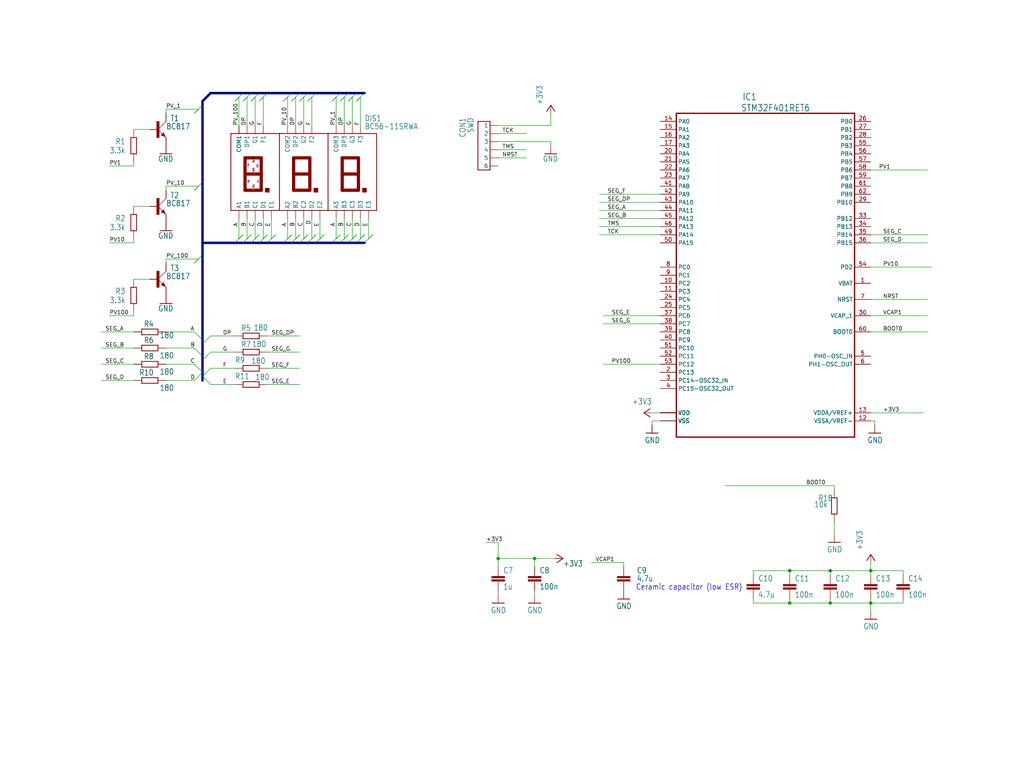
<source format=kicad_sch>
(kicad_sch (version 20231120) (generator "eeschema") (generator_version "8.0")
  (paper "User" 321.107 239.116)
  (lib_symbols
    (symbol "CPU v2.2-eagle-import:+3V3" (power)
      (symbol "+3V3_1_0"
        (polyline (pts (xy 0 0) (xy -1.27 -1.905)) (stroke (width 0.254)))
        (polyline (pts (xy 1.27 -1.905) (xy 0 0)) (stroke (width 0.254)))
        (pin power_in line (at 0 -2.54 90) (length 2.54) (name "+3V3") (number "1"))
      )
    )
    (symbol "CPU v2.2-eagle-import:7SEGMENT_THREE_DIGBA56-11"
      (property "Reference" "DIS" (at 25.4 1.27 0))
      (symbol "7SEGMENT_THREE_DIGBA56-11_1_0"
        (rectangle (start -12.065 -5.715) (end -10.795 -4.445) (fill (type outline)))
        (polyline (pts (xy -22.86 -11.43) (xy -22.86 12.7)) (stroke (width 0.254)))
        (polyline (pts (xy -22.86 12.7) (xy -7.62 12.7)) (stroke (width 0.254)))
        (polyline (pts (xy -18.415 -5.08) (xy -13.335 -5.08)) (stroke (width 1.016)))
        (polyline (pts (xy -18.415 0) (xy -18.415 -5.08)) (stroke (width 1.016)))
        (polyline (pts (xy -18.415 0) (xy -13.335 0)) (stroke (width 1.016)))
        (polyline (pts (xy -18.415 5.08) (xy -18.415 0)) (stroke (width 1.016)))
        (polyline (pts (xy -13.335 -5.08) (xy -13.335 0)) (stroke (width 1.016)))
        (polyline (pts (xy -13.335 0) (xy -13.335 5.08)) (stroke (width 1.016)))
        (polyline (pts (xy -13.335 5.08) (xy -18.415 5.08)) (stroke (width 1.016)))
        (polyline (pts (xy -7.62 -11.43) (xy -22.86 -11.43)) (stroke (width 0.254)))
        (polyline (pts (xy -7.62 12.7) (xy -7.62 -11.43)) (stroke (width 0.254)))
        (polyline (pts (xy -7.62 12.7) (xy 7.62 12.7)) (stroke (width 0.254)))
        (polyline (pts (xy -3.175 -5.08) (xy 1.905 -5.08)) (stroke (width 1.016)))
        (polyline (pts (xy -3.175 0) (xy -3.175 -5.08)) (stroke (width 1.016)))
        (polyline (pts (xy -3.175 0) (xy 1.905 0)) (stroke (width 1.016)))
        (polyline (pts (xy -3.175 5.08) (xy -3.175 0)) (stroke (width 1.016)))
        (polyline (pts (xy 1.905 -5.08) (xy 1.905 0)) (stroke (width 1.016)))
        (polyline (pts (xy 1.905 0) (xy 1.905 5.08)) (stroke (width 1.016)))
        (polyline (pts (xy 1.905 5.08) (xy -3.175 5.08)) (stroke (width 1.016)))
        (polyline (pts (xy 7.62 -11.43) (xy -7.62 -11.43)) (stroke (width 0.254)))
        (polyline (pts (xy 7.62 12.7) (xy 7.62 -11.43)) (stroke (width 0.254)))
        (polyline (pts (xy 7.62 12.7) (xy 22.86 12.7)) (stroke (width 0.254)))
        (polyline (pts (xy 12.065 -5.08) (xy 17.145 -5.08)) (stroke (width 1.016)))
        (polyline (pts (xy 12.065 0) (xy 12.065 -5.08)) (stroke (width 1.016)))
        (polyline (pts (xy 12.065 0) (xy 17.145 0)) (stroke (width 1.016)))
        (polyline (pts (xy 12.065 5.08) (xy 12.065 0)) (stroke (width 1.016)))
        (polyline (pts (xy 17.145 -5.08) (xy 17.145 0)) (stroke (width 1.016)))
        (polyline (pts (xy 17.145 0) (xy 17.145 5.08)) (stroke (width 1.016)))
        (polyline (pts (xy 17.145 5.08) (xy 12.065 5.08)) (stroke (width 1.016)))
        (polyline (pts (xy 22.86 -11.43) (xy 7.62 -11.43)) (stroke (width 0.254)))
        (polyline (pts (xy 22.86 12.7) (xy 22.86 -11.43)) (stroke (width 0.254)))
        (rectangle (start 3.175 -5.715) (end 4.445 -4.445) (fill (type outline)))
        (rectangle (start 18.415 -5.715) (end 19.685 -4.445) (fill (type outline)))
        (text "a" (at -16.256 3.556 0) (effects (font (size 1.016 0.8636)) (justify left bottom)))
        (text "b" (at -14.986 2.032 0) (effects (font (size 1.016 0.8636)) (justify left bottom)))
        (text "c" (at -14.732 -2.794 0) (effects (font (size 1.016 0.8636)) (justify left bottom)))
        (text "d" (at -16.256 -4.318 0) (effects (font (size 1.016 0.8636)) (justify left bottom)))
        (text "e" (at -17.78 -2.794 0) (effects (font (size 1.016 0.8636)) (justify left bottom)))
        (text "f" (at -17.78 2.032 0) (effects (font (size 1.016 0.8636)) (justify left bottom)))
        (text "g" (at -16.256 1.016 0) (effects (font (size 1.016 0.8636)) (justify left bottom)))
        (pin bidirectional line (at -10.16 -13.97 90) (length 2.54) (name "E1") (number "1"))
        (pin bidirectional line (at 20.32 -13.97 90) (length 2.54) (name "E3") (number "10"))
        (pin bidirectional line (at 17.78 -13.97 90) (length 2.54) (name "D3") (number "11"))
        (pin bidirectional line (at 15.24 15.24 270) (length 2.54) (name "G3") (number "12"))
        (pin bidirectional line (at 15.24 -13.97 90) (length 2.54) (name "C3") (number "13"))
        (pin bidirectional line (at 12.7 15.24 270) (length 2.54) (name "DP3") (number "14"))
        (pin bidirectional line (at 12.7 -13.97 90) (length 2.54) (name "B3") (number "15"))
        (pin bidirectional line (at 10.16 -13.97 90) (length 2.54) (name "A3") (number "16"))
        (pin bidirectional line (at 17.78 15.24 270) (length 2.54) (name "F3") (number "17"))
        (pin bidirectional line (at 10.16 15.24 270) (length 2.54) (name "COM3") (number "18"))
        (pin bidirectional line (at -5.08 15.24 270) (length 2.54) (name "COM2") (number "19"))
        (pin bidirectional line (at -12.7 -13.97 90) (length 2.54) (name "D1") (number "2"))
        (pin bidirectional line (at -2.54 -13.97 90) (length 2.54) (name "B2") (number "20"))
        (pin bidirectional line (at -5.08 -13.97 90) (length 2.54) (name "A2") (number "21"))
        (pin bidirectional line (at 0 15.24 270) (length 2.54) (name "G2") (number "22"))
        (pin bidirectional line (at 2.54 15.24 270) (length 2.54) (name "F2") (number "23"))
        (pin bidirectional line (at -17.78 -13.97 90) (length 2.54) (name "B1") (number "24"))
        (pin bidirectional line (at -20.32 -13.97 90) (length 2.54) (name "A1") (number "25"))
        (pin bidirectional line (at -20.32 15.24 270) (length 2.54) (name "COM1") (number "26"))
        (pin bidirectional line (at -12.7 15.24 270) (length 2.54) (name "F1") (number "27"))
        (pin bidirectional line (at -15.24 15.24 270) (length 2.54) (name "G1") (number "28"))
        (pin bidirectional line (at -20.32 15.24 270) (length 2.54) (name "COM1") (number "3"))
        (pin bidirectional line (at -15.24 -13.97 90) (length 2.54) (name "C1") (number "4"))
        (pin bidirectional line (at -17.78 15.24 270) (length 2.54) (name "DP1") (number "5"))
        (pin bidirectional line (at 5.08 -13.97 90) (length 2.54) (name "E2") (number "6"))
        (pin bidirectional line (at 2.54 -13.97 90) (length 2.54) (name "D2") (number "7"))
        (pin bidirectional line (at 0 -13.97 90) (length 2.54) (name "C2") (number "8"))
        (pin bidirectional line (at -2.54 15.24 270) (length 2.54) (name "DP2") (number "9"))
      )
    )
    (symbol "CPU v2.2-eagle-import:BC817"
      (property "Reference" "T" (at 5.08 2.54 0))
      (symbol "BC817_1_0"
        (rectangle (start -0.381 -2.54) (end 0.381 2.54) (fill (type outline)))
        (polyline (pts (xy 0 0) (xy 2.032 -2.032)) (stroke (width 0.1524)))
        (polyline (pts (xy 1.016 -1.778) (xy 1.778 -1.016)) (stroke (width 0.1524)))
        (polyline (pts (xy 1.27 -1.778) (xy 2.032 -2.032)) (stroke (width 0.254)))
        (polyline (pts (xy 1.524 -1.778) (xy 1.778 -1.524)) (stroke (width 0.254)))
        (polyline (pts (xy 1.778 -1.27) (xy 1.27 -1.778)) (stroke (width 0.254)))
        (polyline (pts (xy 1.778 -1.016) (xy 2.286 -2.286)) (stroke (width 0.1524)))
        (polyline (pts (xy 2.032 -2.032) (xy 1.778 -1.27)) (stroke (width 0.254)))
        (polyline (pts (xy 2.032 -2.032) (xy 2.286 -2.286)) (stroke (width 0.1524)))
        (polyline (pts (xy 2.286 -2.286) (xy 1.016 -1.778)) (stroke (width 0.1524)))
        (polyline (pts (xy 2.286 -2.286) (xy 2.54 -2.54)) (stroke (width 0.1524)))
        (polyline (pts (xy 2.54 2.54) (xy 0 0)) (stroke (width 0.1524)))
        (pin passive line (at -2.54 0 0) (length 2.54) (name "B") (number "1"))
        (pin passive line (at 2.54 -5.08 90) (length 2.54) (name "E") (number "2"))
        (pin passive line (at 2.54 5.08 270) (length 2.54) (name "C") (number "3"))
      )
    )
    (symbol "CPU v2.2-eagle-import:C-EUC0805"
      (property "Reference" "C" (at 1.524 0.381 0))
      (symbol "C-EUC0805_1_0"
        (rectangle (start -2.032 -2.032) (end 2.032 -1.524) (fill (type outline)))
        (rectangle (start -2.032 -1.016) (end 2.032 -0.508) (fill (type outline)))
        (polyline (pts (xy 0 -2.54) (xy 0 -2.032)) (stroke (width 0.1524)))
        (polyline (pts (xy 0 0) (xy 0 -0.508)) (stroke (width 0.1524)))
        (pin passive line (at 0 2.54 270) (length 2.54) (name "1") (number "1"))
        (pin passive line (at 0 -5.08 90) (length 2.54) (name "2") (number "2"))
      )
    )
    (symbol "CPU v2.2-eagle-import:CONECTOR_2X3"
      (property "Reference" "CON" (at -5.08 5.08 0))
      (symbol "CONECTOR_2X3_1_0"
        (polyline (pts (xy -7.62 -1.27) (xy 7.62 -1.27)) (stroke (width 0.254)))
        (polyline (pts (xy -7.62 2.54) (xy -7.62 -1.27)) (stroke (width 0.254)))
        (polyline (pts (xy 7.62 -1.27) (xy 7.62 2.54)) (stroke (width 0.254)))
        (polyline (pts (xy 7.62 2.54) (xy -7.62 2.54)) (stroke (width 0.254)))
        (pin bidirectional line (at -6.35 -3.81 90) (length 2.54) (name "1") (number "1"))
        (pin bidirectional line (at -3.81 -3.81 90) (length 2.54) (name "2") (number "2"))
        (pin bidirectional line (at -1.27 -3.81 90) (length 2.54) (name "3") (number "3"))
        (pin bidirectional line (at 1.27 -3.81 90) (length 2.54) (name "4") (number "4"))
        (pin bidirectional line (at 3.81 -3.81 90) (length 2.54) (name "5") (number "5"))
        (pin bidirectional line (at 6.35 -3.81 90) (length 2.54) (name "6") (number "6"))
      )
    )
    (symbol "CPU v2.2-eagle-import:R-EU_R0805"
      (property "Reference" "R" (at -3.81 1.4986 0))
      (symbol "R-EU_R0805_1_0"
        (polyline (pts (xy -2.54 -0.889) (xy -2.54 0.889)) (stroke (width 0.254)))
        (polyline (pts (xy -2.54 -0.889) (xy 2.54 -0.889)) (stroke (width 0.254)))
        (polyline (pts (xy 2.54 -0.889) (xy 2.54 0.889)) (stroke (width 0.254)))
        (polyline (pts (xy 2.54 0.889) (xy -2.54 0.889)) (stroke (width 0.254)))
        (pin passive line (at -5.08 0 0) (length 2.54) (name "1") (number "1"))
        (pin passive line (at 5.08 0 180) (length 2.54) (name "2") (number "2"))
      )
    )
    (symbol "CPU v2.2-eagle-import:STM32F401XX"
      (property "Reference" "IC" (at -7.2644 52.2986 0))
      (symbol "STM32F401XX_1_0"
        (polyline (pts (xy -27.94 -53.34) (xy 27.94 -53.34)) (stroke (width 0.4064)))
        (polyline (pts (xy -27.94 48.26) (xy -27.94 -53.34)) (stroke (width 0.4064)))
        (polyline (pts (xy 27.94 -53.34) (xy 27.94 48.26)) (stroke (width 0.4064)))
        (polyline (pts (xy 27.94 48.26) (xy -27.94 48.26)) (stroke (width 0.4064)))
        (pin bidirectional line (at 33.02 -5.08 180) (length 5.08) (name "VBAT") (number "1"))
        (pin bidirectional line (at -33.02 -5.08 0) (length 5.08) (name "PC2") (number "10"))
        (pin bidirectional line (at -33.02 -7.62 0) (length 5.08) (name "PC3") (number "11"))
        (pin bidirectional line (at 33.02 -48.26 180) (length 5.08) (name "VSSA/VREF-") (number "12"))
        (pin bidirectional line (at 33.02 -45.72 180) (length 5.08) (name "VDDA/VREF+") (number "13"))
        (pin bidirectional line (at -33.02 45.72 0) (length 5.08) (name "PA0") (number "14"))
        (pin bidirectional line (at -33.02 43.18 0) (length 5.08) (name "PA1") (number "15"))
        (pin bidirectional line (at -33.02 40.64 0) (length 5.08) (name "PA2") (number "16"))
        (pin bidirectional line (at -33.02 38.1 0) (length 5.08) (name "PA3") (number "17"))
        (pin passive line (at -33.02 -48.26 0) (length 5.08) (name "VSS") (number "18"))
        (pin power_in line (at -33.02 -45.72 0) (length 5.08) (name "VDD") (number "19"))
        (pin bidirectional line (at -33.02 -33.02 0) (length 5.08) (name "PC13") (number "2"))
        (pin bidirectional line (at -33.02 35.56 0) (length 5.08) (name "PA4") (number "20"))
        (pin bidirectional line (at -33.02 33.02 0) (length 5.08) (name "PA5") (number "21"))
        (pin bidirectional line (at -33.02 30.48 0) (length 5.08) (name "PA6") (number "22"))
        (pin bidirectional line (at -33.02 27.94 0) (length 5.08) (name "PA7") (number "23"))
        (pin bidirectional line (at -33.02 -10.16 0) (length 5.08) (name "PC4") (number "24"))
        (pin bidirectional line (at -33.02 -12.7 0) (length 5.08) (name "PC5") (number "25"))
        (pin bidirectional line (at 33.02 45.72 180) (length 5.08) (name "PB0") (number "26"))
        (pin bidirectional line (at 33.02 43.18 180) (length 5.08) (name "PB1") (number "27"))
        (pin bidirectional line (at 33.02 40.64 180) (length 5.08) (name "PB2") (number "28"))
        (pin bidirectional line (at 33.02 20.32 180) (length 5.08) (name "PB10") (number "29"))
        (pin bidirectional line (at -33.02 -35.56 0) (length 5.08) (name "PC14-OSC32_IN") (number "3"))
        (pin bidirectional line (at 33.02 -15.24 180) (length 5.08) (name "VCAP_1") (number "30"))
        (pin passive line (at -33.02 -48.26 0) (length 5.08) (name "VSS") (number "31"))
        (pin power_in line (at -33.02 -45.72 0) (length 5.08) (name "VDD") (number "32"))
        (pin bidirectional line (at 33.02 15.24 180) (length 5.08) (name "PB12") (number "33"))
        (pin bidirectional line (at 33.02 12.7 180) (length 5.08) (name "PB13") (number "34"))
        (pin bidirectional line (at 33.02 10.16 180) (length 5.08) (name "PB14") (number "35"))
        (pin bidirectional line (at 33.02 7.62 180) (length 5.08) (name "PB15") (number "36"))
        (pin bidirectional line (at -33.02 -15.24 0) (length 5.08) (name "PC6") (number "37"))
        (pin bidirectional line (at -33.02 -17.78 0) (length 5.08) (name "PC7") (number "38"))
        (pin bidirectional line (at -33.02 -20.32 0) (length 5.08) (name "PC8") (number "39"))
        (pin bidirectional line (at -33.02 -38.1 0) (length 5.08) (name "PC15-OSC32_OUT") (number "4"))
        (pin bidirectional line (at -33.02 -22.86 0) (length 5.08) (name "PC9") (number "40"))
        (pin bidirectional line (at -33.02 25.4 0) (length 5.08) (name "PA8") (number "41"))
        (pin bidirectional line (at -33.02 22.86 0) (length 5.08) (name "PA9") (number "42"))
        (pin bidirectional line (at -33.02 20.32 0) (length 5.08) (name "PA10") (number "43"))
        (pin bidirectional line (at -33.02 17.78 0) (length 5.08) (name "PA11") (number "44"))
        (pin bidirectional line (at -33.02 15.24 0) (length 5.08) (name "PA12") (number "45"))
        (pin bidirectional line (at -33.02 12.7 0) (length 5.08) (name "PA13") (number "46"))
        (pin passive line (at -33.02 -48.26 0) (length 5.08) (name "VSS") (number "47"))
        (pin power_in line (at -33.02 -45.72 0) (length 5.08) (name "VDD") (number "48"))
        (pin bidirectional line (at -33.02 10.16 0) (length 5.08) (name "PA14") (number "49"))
        (pin bidirectional line (at 33.02 -27.94 180) (length 5.08) (name "PH0-OSC_IN") (number "5"))
        (pin bidirectional line (at -33.02 7.62 0) (length 5.08) (name "PA15") (number "50"))
        (pin bidirectional line (at -33.02 -25.4 0) (length 5.08) (name "PC10") (number "51"))
        (pin bidirectional line (at -33.02 -27.94 0) (length 5.08) (name "PC11") (number "52"))
        (pin bidirectional line (at -33.02 -30.48 0) (length 5.08) (name "PC12") (number "53"))
        (pin bidirectional line (at 33.02 0 180) (length 5.08) (name "PD2") (number "54"))
        (pin bidirectional line (at 33.02 38.1 180) (length 5.08) (name "PB3") (number "55"))
        (pin bidirectional line (at 33.02 35.56 180) (length 5.08) (name "PB4") (number "56"))
        (pin bidirectional line (at 33.02 33.02 180) (length 5.08) (name "PB5") (number "57"))
        (pin bidirectional line (at 33.02 30.48 180) (length 5.08) (name "PB6") (number "58"))
        (pin bidirectional line (at 33.02 27.94 180) (length 5.08) (name "PB7") (number "59"))
        (pin bidirectional line (at 33.02 -30.48 180) (length 5.08) (name "PH1-OSC_OUT") (number "6"))
        (pin bidirectional line (at 33.02 -20.32 180) (length 5.08) (name "BOOT0") (number "60"))
        (pin bidirectional line (at 33.02 25.4 180) (length 5.08) (name "PB8") (number "61"))
        (pin bidirectional line (at 33.02 22.86 180) (length 5.08) (name "PB9") (number "62"))
        (pin passive line (at -33.02 -48.26 0) (length 5.08) (name "VSS") (number "63"))
        (pin power_in line (at -33.02 -45.72 0) (length 5.08) (name "VDD") (number "64"))
        (pin bidirectional line (at 33.02 -10.16 180) (length 5.08) (name "NRST") (number "7"))
        (pin bidirectional line (at -33.02 0 0) (length 5.08) (name "PC0") (number "8"))
        (pin bidirectional line (at -33.02 -2.54 0) (length 5.08) (name "PC1") (number "9"))
      )
    )
    (symbol "CPU v2.2-eagle-import:supply1_GND" (power)
      (symbol "supply1_GND_1_0"
        (polyline (pts (xy -1.905 0) (xy 1.905 0)) (stroke (width 0.254)))
        (pin power_in line (at 0 2.54 270) (length 2.54) (name "GND") (number "1"))
      )
    )
  )
  (junction (at 273.05 189.23))
  (junction (at 156.21 175.26))
  (junction (at 260.35 189.23))
  (junction (at 273.05 179.07))
  (junction (at 167.64 175.26))
  (junction (at 260.35 179.07))
  (junction (at 247.65 179.07))
  (junction (at 247.65 189.23))
  (bus_entry (at 60.96 114.3) (size 2.54 2.54))
  (bus_entry (at 114.3 73.66) (size -2.54 2.54))
  (bus_entry (at 101.6 73.66) (size -2.54 2.54))
  (bus_entry (at 60.96 119.38) (size 2.54 -2.54))
  (bus_entry (at 60.96 59.69) (size 2.54 -2.54))
  (bus_entry (at 88.9 31.75) (size 2.54 -2.54))
  (bus_entry (at 60.96 35.56) (size 2.54 -2.54))
  (bus_entry (at 66.04 105.41) (size -2.54 2.54))
  (bus_entry (at 106.68 31.75) (size 2.54 -2.54))
  (bus_entry (at 76.2 73.66) (size -2.54 2.54))
  (bus_entry (at 66.04 115.57) (size -2.54 2.54))
  (bus_entry (at 78.74 73.66) (size -2.54 2.54))
  (bus_entry (at 78.74 31.75) (size 2.54 -2.54))
  (bus_entry (at 96.52 31.75) (size 2.54 -2.54))
  (bus_entry (at 81.28 73.66) (size -2.54 2.54))
  (bus_entry (at 76.2 31.75) (size 2.54 -2.54))
  (bus_entry (at 81.28 31.75) (size 2.54 -2.54))
  (bus_entry (at 111.76 73.66) (size -2.54 2.54))
  (bus_entry (at 109.22 73.66) (size -2.54 2.54))
  (bus_entry (at 99.06 73.66) (size -2.54 2.54))
  (bus_entry (at 60.96 109.22) (size 2.54 2.54))
  (bus_entry (at 109.22 31.75) (size 2.54 -2.54))
  (bus_entry (at 91.44 31.75) (size 2.54 -2.54))
  (bus_entry (at 104.14 31.75) (size 2.54 -2.54))
  (bus_entry (at 60.96 82.55) (size 2.54 -2.54))
  (bus_entry (at 60.96 104.14) (size 2.54 2.54))
  (bus_entry (at 86.36 73.66) (size -2.54 2.54))
  (bus_entry (at 106.68 73.66) (size -2.54 2.54))
  (bus_entry (at 66.04 110.49) (size -2.54 2.54))
  (bus_entry (at 83.82 73.66) (size -2.54 2.54))
  (bus_entry (at 93.98 31.75) (size 2.54 -2.54))
  (bus_entry (at 116.84 73.66) (size -2.54 2.54))
  (bus_entry (at 73.66 31.75) (size 2.54 -2.54))
  (bus_entry (at 111.76 31.75) (size 2.54 -2.54))
  (bus_entry (at 93.98 73.66) (size -2.54 2.54))
  (bus_entry (at 96.52 73.66) (size -2.54 2.54))
  (bus_entry (at 66.04 120.65) (size -2.54 -2.54))
  (bus_entry (at 91.44 73.66) (size -2.54 2.54))
  (wire (pts (xy 236.22 179.07) (xy 247.65 179.07)) (stroke (width 0.1524)))
  (wire (pts (xy 236.22 180.34) (xy 236.22 179.07)) (stroke (width 0.1524)))
  (wire (pts (xy 274.32 133.35) (xy 274.32 132.08)) (stroke (width 0.1524)))
  (wire (pts (xy 77.47 74.93) (xy 77.47 68.58)) (stroke (width 0.1524)))
  (bus (pts (xy 106.68 76.2) (xy 109.22 76.2)) (stroke (width 0.762)))
  (wire (pts (xy 52.07 114.3) (xy 60.96 114.3)))
  (wire (pts (xy 273.05 180.34) (xy 273.05 179.07)) (stroke (width 0.1524)))
  (wire (pts (xy 81.28 31.75) (xy 82.55 30.48)) (stroke (width 0.1524)))
  (wire (pts (xy 187.96 63.5) (xy 207.01 63.5)) (stroke (width 0.1524)))
  (wire (pts (xy 78.74 31.75) (xy 80.01 30.48)) (stroke (width 0.1524)))
  (wire (pts (xy 106.68 73.66) (xy 105.41 74.93)) (stroke (width 0.1524)))
  (bus (pts (xy 81.28 76.2) (xy 83.82 76.2)) (stroke (width 0.762)))
  (wire (pts (xy 165.1 41.91) (xy 156.21 41.91)) (stroke (width 0.1524)))
  (wire (pts (xy 273.05 93.98) (xy 290.83 93.98)) (stroke (width 0.1524)))
  (wire (pts (xy 105.41 39.37) (xy 105.41 30.48)) (stroke (width 0.1524)))
  (wire (pts (xy 156.21 185.42) (xy 156.21 186.69)) (stroke (width 0.1524)))
  (bus (pts (xy 83.82 76.2) (xy 88.9 76.2)) (stroke (width 0.762)))
  (wire (pts (xy 273.05 99.06) (xy 290.83 99.06)) (stroke (width 0.1524)))
  (bus (pts (xy 63.5 111.76) (xy 63.5 113.03)) (stroke (width 0.762)))
  (wire (pts (xy 260.35 179.07) (xy 273.05 179.07)) (stroke (width 0.1524)))
  (wire (pts (xy 111.76 73.66) (xy 110.49 74.93)) (stroke (width 0.1524)))
  (wire (pts (xy 156.21 39.37) (xy 172.72 39.37)) (stroke (width 0.1524)))
  (wire (pts (xy 41.91 104.14) (xy 31.75 104.14)) (stroke (width 0.1524)))
  (wire (pts (xy 41.91 40.64) (xy 46.99 40.64)) (stroke (width 0.1524)))
  (bus (pts (xy 109.22 29.21) (xy 111.76 29.21)) (stroke (width 0.762)))
  (bus (pts (xy 88.9 76.2) (xy 91.44 76.2)) (stroke (width 0.762)))
  (bus (pts (xy 63.5 107.95) (xy 63.5 111.76)) (stroke (width 0.762)))
  (wire (pts (xy 156.21 177.8) (xy 156.21 175.26)) (stroke (width 0.1524)))
  (wire (pts (xy 41.91 76.2) (xy 34.29 76.2)) (stroke (width 0.1524)))
  (wire (pts (xy 107.95 30.48) (xy 107.95 39.37)) (stroke (width 0.1524)))
  (wire (pts (xy 260.35 189.23) (xy 247.65 189.23)) (stroke (width 0.1524)))
  (wire (pts (xy 60.96 109.22) (xy 52.07 109.22)) (stroke (width 0.1524)))
  (bus (pts (xy 63.5 76.2) (xy 63.5 80.01)) (stroke (width 0.762)))
  (bus (pts (xy 93.98 76.2) (xy 96.52 76.2)) (stroke (width 0.762)))
  (wire (pts (xy 113.03 74.93) (xy 113.03 68.58)) (stroke (width 0.1524)))
  (wire (pts (xy 111.76 31.75) (xy 113.03 30.48)) (stroke (width 0.1524)))
  (bus (pts (xy 78.74 29.21) (xy 81.28 29.21)) (stroke (width 0.762)))
  (wire (pts (xy 167.64 186.69) (xy 167.64 185.42)) (stroke (width 0.1524)))
  (wire (pts (xy 273.05 189.23) (xy 273.05 191.77)) (stroke (width 0.1524)))
  (wire (pts (xy 101.6 73.66) (xy 100.33 74.93)) (stroke (width 0.1524)))
  (wire (pts (xy 82.55 74.93) (xy 82.55 68.58)) (stroke (width 0.1524)))
  (wire (pts (xy 156.21 175.26) (xy 156.21 170.18)) (stroke (width 0.1524)))
  (wire (pts (xy 73.66 31.75) (xy 74.93 30.48)) (stroke (width 0.1524)))
  (bus (pts (xy 109.22 76.2) (xy 111.76 76.2)) (stroke (width 0.762)))
  (wire (pts (xy 52.07 119.38) (xy 57.15 119.38)) (stroke (width 0.1524)))
  (wire (pts (xy 207.01 73.66) (xy 187.96 73.66)) (stroke (width 0.1524)))
  (wire (pts (xy 80.01 74.93) (xy 80.01 68.58)) (stroke (width 0.1524)))
  (wire (pts (xy 207.01 129.54) (xy 204.47 129.54)) (stroke (width 0.1524)))
  (wire (pts (xy 100.33 74.93) (xy 100.33 68.58)) (stroke (width 0.1524)))
  (wire (pts (xy 60.96 35.56) (xy 62.23 34.29)) (stroke (width 0.1524)))
  (wire (pts (xy 76.2 31.75) (xy 77.47 30.48)) (stroke (width 0.1524)))
  (wire (pts (xy 74.93 74.93) (xy 74.93 68.58)) (stroke (width 0.1524)))
  (bus (pts (xy 63.5 33.02) (xy 63.5 57.15)) (stroke (width 0.762)))
  (wire (pts (xy 292.1 83.82) (xy 273.05 83.82)) (stroke (width 0.1524)))
  (wire (pts (xy 62.23 34.29) (xy 52.07 34.29)) (stroke (width 0.1524)))
  (wire (pts (xy 41.91 64.77) (xy 46.99 64.77)) (stroke (width 0.1524)))
  (bus (pts (xy 96.52 76.2) (xy 99.06 76.2)) (stroke (width 0.762)))
  (wire (pts (xy 273.05 179.07) (xy 283.21 179.07)) (stroke (width 0.1524)))
  (wire (pts (xy 105.41 74.93) (xy 105.41 68.58)) (stroke (width 0.1524)))
  (wire (pts (xy 52.07 58.42) (xy 52.07 59.69)) (stroke (width 0.1524)))
  (wire (pts (xy 91.44 31.75) (xy 92.71 30.48)) (stroke (width 0.1524)))
  (wire (pts (xy 41.91 74.93) (xy 41.91 76.2)) (stroke (width 0.1524)))
  (bus (pts (xy 81.28 29.21) (xy 83.82 29.21)) (stroke (width 0.762)))
  (wire (pts (xy 247.65 180.34) (xy 247.65 179.07)) (stroke (width 0.1524)))
  (wire (pts (xy 66.04 110.49) (xy 73.66 110.49)))
  (wire (pts (xy 80.01 39.37) (xy 80.01 30.48)) (stroke (width 0.1524)))
  (wire (pts (xy 247.65 189.23) (xy 236.22 189.23)) (stroke (width 0.1524)))
  (bus (pts (xy 63.5 76.2) (xy 73.66 76.2)) (stroke (width 0.762)))
  (wire (pts (xy 187.96 71.12) (xy 207.01 71.12)) (stroke (width 0.1524)))
  (wire (pts (xy 185.42 176.53) (xy 195.58 176.53)) (stroke (width 0.1524)))
  (wire (pts (xy 261.62 167.64) (xy 261.62 163.83)) (stroke (width 0.1524)))
  (wire (pts (xy 110.49 30.48) (xy 110.49 39.37)) (stroke (width 0.1524)))
  (wire (pts (xy 77.47 39.37) (xy 77.47 30.48)) (stroke (width 0.1524)))
  (bus (pts (xy 63.5 57.15) (xy 63.5 76.2)) (stroke (width 0.762)))
  (bus (pts (xy 66.04 29.21) (xy 76.2 29.21)) (stroke (width 0.762)))
  (wire (pts (xy 96.52 73.66) (xy 95.25 74.93)) (stroke (width 0.1524)))
  (bus (pts (xy 106.68 29.21) (xy 109.22 29.21)) (stroke (width 0.762)))
  (bus (pts (xy 99.06 76.2) (xy 104.14 76.2)) (stroke (width 0.762)))
  (wire (pts (xy 172.72 44.45) (xy 156.21 44.45)) (stroke (width 0.1524)))
  (wire (pts (xy 113.03 30.48) (xy 113.03 39.37)) (stroke (width 0.1524)))
  (wire (pts (xy 62.23 81.28) (xy 52.07 81.28)) (stroke (width 0.1524)))
  (wire (pts (xy 41.91 97.79) (xy 41.91 99.06)) (stroke (width 0.1524)))
  (bus (pts (xy 91.44 76.2) (xy 93.98 76.2)) (stroke (width 0.762)))
  (wire (pts (xy 283.21 179.07) (xy 283.21 180.34)) (stroke (width 0.1524)))
  (wire (pts (xy 290.83 76.2) (xy 273.05 76.2)) (stroke (width 0.1524)))
  (wire (pts (xy 66.04 120.65) (xy 73.66 120.65)) (stroke (width 0.1524)))
  (wire (pts (xy 104.14 31.75) (xy 105.41 30.48)) (stroke (width 0.1524)))
  (wire (pts (xy 156.21 46.99) (xy 165.1 46.99)) (stroke (width 0.1524)))
  (wire (pts (xy 273.05 189.23) (xy 260.35 189.23)) (stroke (width 0.1524)))
  (wire (pts (xy 261.62 153.67) (xy 261.62 152.4)) (stroke (width 0.1524)))
  (bus (pts (xy 93.98 29.21) (xy 96.52 29.21)) (stroke (width 0.762)))
  (wire (pts (xy 156.21 49.53) (xy 165.1 49.53)) (stroke (width 0.1524)))
  (wire (pts (xy 236.22 189.23) (xy 236.22 187.96)) (stroke (width 0.1524)))
  (wire (pts (xy 290.83 73.66) (xy 273.05 73.66)) (stroke (width 0.1524)))
  (wire (pts (xy 207.01 66.04) (xy 187.96 66.04)) (stroke (width 0.1524)))
  (wire (pts (xy 110.49 74.93) (xy 110.49 68.58)) (stroke (width 0.1524)))
  (wire (pts (xy 247.65 179.07) (xy 260.35 179.07)) (stroke (width 0.1524)))
  (wire (pts (xy 273.05 104.14) (xy 290.83 104.14)) (stroke (width 0.1524)))
  (bus (pts (xy 111.76 76.2) (xy 114.3 76.2)) (stroke (width 0.762)))
  (bus (pts (xy 76.2 29.21) (xy 78.74 29.21)) (stroke (width 0.762)))
  (bus (pts (xy 96.52 29.21) (xy 99.06 29.21)) (stroke (width 0.762)))
  (wire (pts (xy 95.25 74.93) (xy 95.25 68.58)) (stroke (width 0.1524)))
  (wire (pts (xy 66.04 105.41) (xy 73.66 105.41)) (stroke (width 0.1524)))
  (wire (pts (xy 172.72 39.37) (xy 172.72 35.56)) (stroke (width 0.1524)))
  (wire (pts (xy 116.84 73.66) (xy 115.57 74.93)) (stroke (width 0.1524)))
  (bus (pts (xy 111.76 29.21) (xy 114.3 29.21)) (stroke (width 0.762)))
  (wire (pts (xy 74.93 39.37) (xy 74.93 30.48)) (stroke (width 0.1524)))
  (wire (pts (xy 273.05 179.07) (xy 273.05 176.53)) (stroke (width 0.1524)))
  (wire (pts (xy 189.23 101.6) (xy 207.01 101.6)) (stroke (width 0.1524)))
  (wire (pts (xy 290.83 53.34) (xy 273.05 53.34)) (stroke (width 0.1524)))
  (bus (pts (xy 66.04 29.21) (xy 63.5 31.75)) (stroke (width 0.762)))
  (wire (pts (xy 204.47 132.08) (xy 207.01 132.08)) (stroke (width 0.1524)))
  (wire (pts (xy 273.05 129.54) (xy 289.56 129.54)) (stroke (width 0.1524)))
  (wire (pts (xy 260.35 180.34) (xy 260.35 179.07)) (stroke (width 0.1524)))
  (wire (pts (xy 207.01 114.3) (xy 189.23 114.3)) (stroke (width 0.1524)))
  (bus (pts (xy 83.82 29.21) (xy 91.44 29.21)) (stroke (width 0.762)))
  (wire (pts (xy 107.95 74.93) (xy 107.95 68.58)) (stroke (width 0.1524)))
  (wire (pts (xy 204.47 133.35) (xy 204.47 132.08)) (stroke (width 0.1524)))
  (wire (pts (xy 41.91 109.22) (xy 31.75 109.22)) (stroke (width 0.1524)))
  (bus (pts (xy 63.5 80.01) (xy 63.5 106.68)) (stroke (width 0.762)))
  (wire (pts (xy 167.64 175.26) (xy 156.21 175.26)) (stroke (width 0.1524)))
  (wire (pts (xy 274.32 132.08) (xy 273.05 132.08)) (stroke (width 0.1524)))
  (bus (pts (xy 91.44 29.21) (xy 93.98 29.21)) (stroke (width 0.762)))
  (bus (pts (xy 99.06 29.21) (xy 106.68 29.21)) (stroke (width 0.762)))
  (wire (pts (xy 57.15 119.38) (xy 60.96 119.38)))
  (wire (pts (xy 93.98 73.66) (xy 92.71 74.93)) (stroke (width 0.1524)))
  (wire (pts (xy 273.05 189.23) (xy 283.21 189.23)) (stroke (width 0.1524)))
  (wire (pts (xy 93.98 31.75) (xy 95.25 30.48)) (stroke (width 0.1524)))
  (bus (pts (xy 63.5 113.03) (xy 63.5 116.84)) (stroke (width 0.762)))
  (wire (pts (xy 83.82 115.57) (xy 93.98 115.57)) (stroke (width 0.1524)))
  (wire (pts (xy 95.25 30.48) (xy 95.25 39.37)) (stroke (width 0.1524)))
  (wire (pts (xy 261.62 152.4) (xy 227.33 152.4)) (stroke (width 0.1524)))
  (wire (pts (xy 83.82 110.49) (xy 93.98 110.49)) (stroke (width 0.1524)))
  (wire (pts (xy 187.96 60.96) (xy 207.01 60.96)) (stroke (width 0.1524)))
  (wire (pts (xy 60.96 82.55) (xy 62.23 81.28)) (stroke (width 0.1524)))
  (wire (pts (xy 66.04 115.57) (xy 73.66 115.57)) (stroke (width 0.1524)))
  (wire (pts (xy 90.17 39.37) (xy 90.17 30.48)) (stroke (width 0.1524)))
  (bus (pts (xy 63.5 31.75) (xy 63.5 33.02)) (stroke (width 0.762)))
  (wire (pts (xy 83.82 105.41) (xy 93.98 105.41)) (stroke (width 0.1524)))
  (wire (pts (xy 85.09 74.93) (xy 85.09 68.58)) (stroke (width 0.1524)))
  (wire (pts (xy 115.57 74.93) (xy 115.57 68.58)) (stroke (width 0.1524)))
  (wire (pts (xy 195.58 177.8) (xy 195.58 176.53)) (stroke (width 0.1524)))
  (wire (pts (xy 41.91 99.06) (xy 34.29 99.06)) (stroke (width 0.1524)))
  (wire (pts (xy 92.71 30.48) (xy 92.71 39.37)) (stroke (width 0.1524)))
  (wire (pts (xy 172.72 45.72) (xy 172.72 44.45)) (stroke (width 0.1524)))
  (wire (pts (xy 114.3 73.66) (xy 113.03 74.93)) (stroke (width 0.1524)))
  (wire (pts (xy 173.99 175.26) (xy 167.64 175.26)) (stroke (width 0.1524)))
  (bus (pts (xy 104.14 76.2) (xy 106.68 76.2)) (stroke (width 0.762)))
  (wire (pts (xy 60.96 59.69) (xy 62.23 58.42)) (stroke (width 0.1524)))
  (wire (pts (xy 88.9 31.75) (xy 90.17 30.48)) (stroke (width 0.1524)))
  (bus (pts (xy 73.66 76.2) (xy 76.2 76.2)) (stroke (width 0.762)))
  (wire (pts (xy 109.22 31.75) (xy 110.49 30.48)) (stroke (width 0.1524)))
  (wire (pts (xy 60.96 104.14) (xy 52.07 104.14)) (stroke (width 0.1524)))
  (wire (pts (xy 90.17 74.93) (xy 90.17 68.58)) (stroke (width 0.1524)))
  (wire (pts (xy 81.28 73.66) (xy 80.01 74.93)) (stroke (width 0.1524)))
  (wire (pts (xy 167.64 177.8) (xy 167.64 175.26)) (stroke (width 0.1524)))
  (wire (pts (xy 52.07 34.29) (xy 52.07 35.56)) (stroke (width 0.1524)))
  (wire (pts (xy 92.71 74.93) (xy 92.71 68.58)) (stroke (width 0.1524)))
  (wire (pts (xy 41.91 52.07) (xy 34.29 52.07)) (stroke (width 0.1524)))
  (wire (pts (xy 207.01 68.58) (xy 187.96 68.58)) (stroke (width 0.1524)))
  (wire (pts (xy 106.68 31.75) (xy 107.95 30.48)) (stroke (width 0.1524)))
  (wire (pts (xy 62.23 58.42) (xy 52.07 58.42)) (stroke (width 0.1524)))
  (wire (pts (xy 91.44 73.66) (xy 90.17 74.93)) (stroke (width 0.1524)))
  (bus (pts (xy 78.74 76.2) (xy 81.28 76.2)) (stroke (width 0.762)))
  (wire (pts (xy 83.82 73.66) (xy 82.55 74.93)) (stroke (width 0.1524)))
  (wire (pts (xy 78.74 73.66) (xy 77.47 74.93)) (stroke (width 0.1524)))
  (wire (pts (xy 97.79 30.48) (xy 97.79 39.37)) (stroke (width 0.1524)))
  (wire (pts (xy 41.91 50.8) (xy 41.91 52.07)) (stroke (width 0.1524)))
  (wire (pts (xy 52.07 81.28) (xy 52.07 82.55)) (stroke (width 0.1524)))
  (bus (pts (xy 76.2 76.2) (xy 78.74 76.2)) (stroke (width 0.762)))
  (wire (pts (xy 283.21 189.23) (xy 283.21 187.96)) (stroke (width 0.1524)))
  (wire (pts (xy 152.4 170.18) (xy 156.21 170.18)) (stroke (width 0.1524)))
  (bus (pts (xy 63.5 116.84) (xy 63.5 118.11)) (stroke (width 0.762)))
  (wire (pts (xy 82.55 39.37) (xy 82.55 30.48)) (stroke (width 0.1524)))
  (wire (pts (xy 41.91 119.38) (xy 31.75 119.38)) (stroke (width 0.1524)))
  (wire (pts (xy 86.36 73.66) (xy 85.09 74.93)) (stroke (width 0.1524)))
  (wire (pts (xy 96.52 31.75) (xy 97.79 30.48)) (stroke (width 0.1524)))
  (wire (pts (xy 189.23 99.06) (xy 207.01 99.06)) (stroke (width 0.1524)))
  (wire (pts (xy 99.06 73.66) (xy 97.79 74.93)) (stroke (width 0.1524)))
  (wire (pts (xy 83.82 120.65) (xy 93.98 120.65)) (stroke (width 0.1524)))
  (wire (pts (xy 247.65 189.23) (xy 247.65 187.96)) (stroke (width 0.1524)))
  (wire (pts (xy 109.22 73.66) (xy 107.95 74.93)) (stroke (width 0.1524)))
  (wire (pts (xy 41.91 87.63) (xy 46.99 87.63)) (stroke (width 0.1524)))
  (wire (pts (xy 260.35 189.23) (xy 260.35 187.96)) (stroke (width 0.1524)))
  (bus (pts (xy 63.5 106.68) (xy 63.5 107.95)) (stroke (width 0.762)))
  (wire (pts (xy 97.79 74.93) (xy 97.79 68.58)) (stroke (width 0.1524)))
  (wire (pts (xy 76.2 73.66) (xy 74.93 74.93)) (stroke (width 0.1524)))
  (wire (pts (xy 273.05 187.96) (xy 273.05 189.23)) (stroke (width 0.1524)))
  (bus (pts (xy 63.5 118.11) (xy 63.5 119.38)) (stroke (width 0.762)))
  (wire (pts (xy 41.91 114.3) (xy 31.75 114.3)) (stroke (width 0.1524)))
  (text "Ceramic capacitor (low ESR)" (at 199.39 185.42 0) (effects (font (size 1.778 1.5113)) (justify left bottom)))
  (label "D" (at 113.03 71.12 90) (effects (font (size 1.2446 1.2446))))
  (label "SEG_DP" (at 190.5 63.5 0) (effects (font (size 1.2446 1.2446))))
  (label "A" (at 90.17 71.12 90) (effects (font (size 1.2446 1.2446))))
  (label "F" (at 82.55 39.37 90) (effects (font (size 1.2446 1.2446))))
  (label "PV1" (at 34.29 52.07 0) (effects (font (size 1.2446 1.2446))))
  (label "E" (at 69.85 120.65 0) (effects (font (size 1.2446 1.2446))))
  (label "TCK" (at 190.5 73.66 0) (effects (font (size 1.2446 1.2446))))
  (label "PV_10" (at 52.07 58.42 0) (effects (font (size 1.2446 1.2446))))
  (label "E" (at 115.57 71.12 90) (effects (font (size 1.2446 1.2446))))
  (label "G" (at 69.85 110.49 0) (effects (font (size 1.2446 1.2446))))
  (label "+3V3" (at 152.4 170.18 0) (effects (font (size 1.2446 1.2446))))
  (label "B" (at 107.95 71.12 90) (effects (font (size 1.2446 1.2446))))
  (label "DP" (at 107.95 39.37 90) (effects (font (size 1.2446 1.2446))))
  (label "SEG_A" (at 190.5 66.04 0) (effects (font (size 1.2446 1.2446))))
  (label "PV_1" (at 52.07 34.29 0) (effects (font (size 1.2446 1.2446))))
  (label "+3V3" (at 276.86 129.54 0) (effects (font (size 1.2446 1.2446))))
  (label "F" (at 113.03 39.37 90) (effects (font (size 1.2446 1.2446))))
  (label "C" (at 59.69 114.3 0))
  (label "BOOT0" (at 252.73 152.4 0) (effects (font (size 1.2446 1.2446))))
  (label "PV100" (at 34.29 99.06 0) (effects (font (size 1.2446 1.2446))))
  (label "SEG_D" (at 276.86 76.2 0) (effects (font (size 1.2446 1.2446))))
  (label "SEG_F" (at 85.09 115.57 0) (effects (font (size 1.2446 1.2446))))
  (label "A" (at 59.69 104.14 0) (effects (font (size 1.2446 1.2446))))
  (label "B" (at 77.47 71.12 90) (effects (font (size 1.2446 1.2446))))
  (label "SEG_E" (at 85.09 120.65 0) (effects (font (size 1.2446 1.2446))))
  (label "VCAP1" (at 186.69 176.53 0) (effects (font (size 1.2446 1.2446))))
  (label "SEG_B" (at 190.5 68.58 0) (effects (font (size 1.2446 1.2446))))
  (label "DP" (at 77.47 39.37 90) (effects (font (size 1.2446 1.2446))))
  (label "PV_100" (at 52.07 81.28 0) (effects (font (size 1.2446 1.2446))))
  (label "PV100" (at 191.77 114.3 0) (effects (font (size 1.2446 1.2446))))
  (label "B" (at 59.69 109.22 0) (effects (font (size 1.2446 1.2446))))
  (label "C" (at 95.25 71.12 90) (effects (font (size 1.2446 1.2446))))
  (label "DP" (at 92.71 39.37 90) (effects (font (size 1.2446 1.2446))))
  (label "TMS" (at 157.48 46.99 0) (effects (font (size 1.2446 1.2446))))
  (label "G" (at 95.25 39.37 90) (effects (font (size 1.2446 1.2446))))
  (label "SEG_C" (at 276.86 73.66 0) (effects (font (size 1.2446 1.2446))))
  (label "SEG_G" (at 85.09 110.49 0) (effects (font (size 1.2446 1.2446))))
  (label "SEG_C" (at 33.02 114.3 0) (effects (font (size 1.2446 1.2446))))
  (label "PV1" (at 275.59 53.34 0) (effects (font (size 1.2446 1.2446))))
  (label "SEG_A" (at 33.02 104.14 0) (effects (font (size 1.2446 1.2446))))
  (label "PV_100" (at 74.93 39.37 90) (effects (font (size 1.2446 1.2446))))
  (label "B" (at 92.71 71.12 90) (effects (font (size 1.2446 1.2446))))
  (label "D" (at 82.55 71.12 90) (effects (font (size 1.2446 1.2446))))
  (label "BOOT0" (at 276.86 104.14 0) (effects (font (size 1.2446 1.2446))))
  (label "PV10" (at 34.29 76.2 0) (effects (font (size 1.2446 1.2446))))
  (label "SEG_D" (at 33.02 119.38 0) (effects (font (size 1.2446 1.2446))))
  (label "G" (at 80.01 39.37 90) (effects (font (size 1.2446 1.2446))))
  (label "PV_1" (at 105.41 39.37 90) (effects (font (size 1.2446 1.2446))))
  (label "C" (at 80.01 71.12 90) (effects (font (size 1.2446 1.2446))))
  (label "PV_10" (at 90.17 39.37 90) (effects (font (size 1.2446 1.2446))))
  (label "SEG_G" (at 191.77 101.6 0) (effects (font (size 1.2446 1.2446))))
  (label "E" (at 100.33 71.12 90) (effects (font (size 1.2446 1.2446))))
  (label "TMS" (at 190.5 71.12 0) (effects (font (size 1.2446 1.2446))))
  (label "C" (at 110.49 71.12 90) (effects (font (size 1.2446 1.2446))))
  (label "SEG_B" (at 33.02 109.22 0) (effects (font (size 1.2446 1.2446))))
  (label "NRST" (at 157.48 49.53 0) (effects (font (size 1.2446 1.2446))))
  (label "D" (at 59.69 119.38 0) (effects (font (size 1.2446 1.2446))))
  (label "E" (at 85.09 71.12 90) (effects (font (size 1.2446 1.2446))))
  (label "PV10" (at 276.86 83.82 0) (effects (font (size 1.2446 1.2446))))
  (label "D" (at 97.79 70.485 90) (effects (font (size 1.2446 1.2446))))
  (label "A" (at 105.41 71.12 90) (effects (font (size 1.2446 1.2446))))
  (label "A" (at 74.93 71.12 90) (effects (font (size 1.2446 1.2446))))
  (label "F" (at 97.79 39.37 90) (effects (font (size 1.2446 1.2446))))
  (label "NRST" (at 276.86 93.98 0) (effects (font (size 1.2446 1.2446))))
  (label "SEG_E" (at 191.77 99.06 0) (effects (font (size 1.2446 1.2446))))
  (label "TCK" (at 157.48 41.91 0) (effects (font (size 1.2446 1.2446))))
  (label "SEG_F" (at 190.5 60.96 0) (effects (font (size 1.2446 1.2446))))
  (label "G" (at 110.49 39.37 90) (effects (font (size 1.2446 1.2446))))
  (label "F" (at 69.85 115.57 0) (effects (font (size 1.2446 1.2446))))
  (label "VCAP1" (at 276.86 99.06 0) (effects (font (size 1.2446 1.2446))))
  (label "SEG_DP" (at 85.09 105.41 0) (effects (font (size 1.2446 1.2446))))
  (label "DP" (at 69.85 105.41 0) (effects (font (size 1.2446 1.2446))))
  (symbol (lib_id "CPU v2.2-eagle-import:STM32F401XX") (at 240.03 83.82 0) (unit 1)
    (property "Reference" "IC1" (at 232.7656 31.5214 0) (effects (font (size 2.0828 1.7703)) (justify left bottom)))
    (property "Value" "STM32F401RET6" (at 232.3592 35.0012 0) (effects (font (size 2.0828 1.7703)) (justify left bottom)))
    (property "Footprint" "CPU v2.2:LQFP64" (effects (hide yes)))
  )
  (symbol (lib_id "CPU v2.2-eagle-import:7SEGMENT_THREE_DIGBA56-11") (at 95.25 54.61 0) (unit 1)
    (property "Reference" "DIS1" (at 114.3 38.1 0) (effects (font (size 1.778 1.5113)) (justify left bottom)))
    (property "Value" "BC56-11SRWA" (at 114.3 40.64 0) (effects (font (size 1.778 1.5113)) (justify left bottom)))
    (property "Footprint" "CPU v2.2:7SEGMEN_DISPLAY_3X0.56'" (effects (hide yes)))
  )
  (symbol (lib_id "CPU v2.2-eagle-import:+3V3") (at 172.72 33.02 0) (unit 1)
    (property "Reference" "#+3V5" (effects (hide yes)))
    (property "Value" "+3V3" (at 170.18 33.02 90) (effects (font (size 1.778 1.5113)) (justify left bottom)))
  )
  (symbol (lib_id "CPU v2.2-eagle-import:supply1_GND") (at 204.47 135.89 0) (unit 1)
    (property "Reference" "#GND6" (effects (hide yes)))
    (property "Value" "GND" (at 207.01 137.16 0) (effects (font (size 1.778 1.5113)) (justify right top)))
  )
  (symbol (lib_id "CPU v2.2-eagle-import:supply1_GND") (at 261.62 170.18 0) (unit 1)
    (property "Reference" "#GND16" (effects (hide yes)))
    (property "Value" "GND" (at 264.16 171.45 0) (effects (font (size 1.778 1.5113)) (justify right top)))
  )
  (symbol (lib_id "CPU v2.2-eagle-import:C-EUC0805") (at 247.65 182.88 0) (unit 1)
    (property "Reference" "C11" (at 249.174 182.499 0) (effects (font (size 1.778 1.5113)) (justify left bottom)))
    (property "Value" "100n" (at 249.174 187.579 0) (effects (font (size 1.778 1.5113)) (justify left bottom)))
    (property "Footprint" "CPU v2.2:C0805" (effects (hide yes)))
  )
  (symbol (lib_id "CPU v2.2-eagle-import:BC817") (at 49.53 64.77 0) (unit 1)
    (property "Reference" "T2" (at 53.34 62.23 0) (effects (font (size 1.778 1.5113)) (justify left bottom)))
    (property "Value" "BC817" (at 52.07 64.77 0) (effects (font (size 1.778 1.5113)) (justify left bottom)))
    (property "Footprint" "CPU v2.2:SOT23" (effects (hide yes)))
  )
  (symbol (lib_id "CPU v2.2-eagle-import:R-EU_R0805") (at 78.74 110.49 0) (mirror x) (unit 1)
    (property "Reference" "R7" (at 78.74 108.9914 0) (effects (font (size 1.778 1.5113)) (justify right top)))
    (property "Value" "180" (at 83.566 108.966 0) (effects (font (size 1.778 1.5113)) (justify right top)))
    (property "Footprint" "CPU v2.2:R0805" (effects (hide yes)))
  )
  (symbol (lib_id "CPU v2.2-eagle-import:R-EU_R0805") (at 261.62 158.75 270) (mirror x) (unit 1)
    (property "Reference" "R18" (at 256.54 157.2514 90) (effects (font (size 1.778 1.5113)) (justify left top)))
    (property "Value" "10k" (at 255.27 159.258 90) (effects (font (size 1.778 1.5113)) (justify left top)))
    (property "Footprint" "CPU v2.2:R0805" (effects (hide yes)))
  )
  (symbol (lib_id "CPU v2.2-eagle-import:R-EU_R0805") (at 46.99 119.38 0) (mirror y) (unit 1)
    (property "Reference" "R10" (at 48.26 117.8814 0) (effects (font (size 1.778 1.5113)) (justify left bottom)))
    (property "Value" "180" (at 54.61 122.682 0) (effects (font (size 1.778 1.5113)) (justify left bottom)))
    (property "Footprint" "CPU v2.2:R0805" (effects (hide yes)))
  )
  (symbol (lib_id "CPU v2.2-eagle-import:supply1_GND") (at 273.05 194.31 0) (unit 1)
    (property "Reference" "#GND13" (effects (hide yes)))
    (property "Value" "GND" (at 275.59 195.58 0) (effects (font (size 1.778 1.5113)) (justify right top)))
  )
  (symbol (lib_id "CPU v2.2-eagle-import:R-EU_R0805") (at 41.91 69.85 90) (unit 1)
    (property "Reference" "R2" (at 39.37 67.5386 90) (effects (font (size 1.778 1.5113)) (justify left bottom)))
    (property "Value" "3.3k" (at 39.37 70.358 90) (effects (font (size 1.778 1.5113)) (justify left bottom)))
    (property "Footprint" "CPU v2.2:R0805" (effects (hide yes)))
  )
  (symbol (lib_id "CPU v2.2-eagle-import:supply1_GND") (at 52.07 95.25 0) (unit 1)
    (property "Reference" "#GND2" (effects (hide yes)))
    (property "Value" "GND" (at 49.53 97.79 0) (effects (font (size 1.778 1.5113)) (justify left bottom)))
  )
  (symbol (lib_id "CPU v2.2-eagle-import:supply1_GND") (at 195.58 187.96 0) (unit 1)
    (property "Reference" "#GND12" (effects (hide yes)))
    (property "Value" "GND" (at 198.12 189.23 0) (effects (font (size 1.778 1.5113)) (justify right top)))
  )
  (symbol (lib_id "CPU v2.2-eagle-import:+3V3") (at 273.05 173.99 0) (unit 1)
    (property "Reference" "#+3V4" (effects (hide yes)))
    (property "Value" "+3V3" (at 270.51 172.72 90) (effects (font (size 1.778 1.5113)) (justify left bottom)))
  )
  (symbol (lib_id "CPU v2.2-eagle-import:supply1_GND") (at 172.72 48.26 0) (unit 1)
    (property "Reference" "#GND7" (effects (hide yes)))
    (property "Value" "GND" (at 170.18 50.8 0) (effects (font (size 1.778 1.5113)) (justify left bottom)))
  )
  (symbol (lib_id "CPU v2.2-eagle-import:R-EU_R0805") (at 78.74 120.65 0) (mirror x) (unit 1)
    (property "Reference" "R11" (at 73.66 117.0686 0) (effects (font (size 1.778 1.5113)) (justify left bottom)))
    (property "Value" "180" (at 80.01 117.348 0) (effects (font (size 1.778 1.5113)) (justify left bottom)))
    (property "Footprint" "CPU v2.2:R0805" (effects (hide yes)))
  )
  (symbol (lib_id "CPU v2.2-eagle-import:supply1_GND") (at 156.21 189.23 0) (unit 1)
    (property "Reference" "#GND19" (effects (hide yes)))
    (property "Value" "GND" (at 158.75 190.5 0) (effects (font (size 1.778 1.5113)) (justify right top)))
  )
  (symbol (lib_id "CPU v2.2-eagle-import:C-EUC0805") (at 167.64 180.34 0) (unit 1)
    (property "Reference" "C8" (at 169.164 179.959 0) (effects (font (size 1.778 1.5113)) (justify left bottom)))
    (property "Value" "100n" (at 169.164 185.039 0) (effects (font (size 1.778 1.5113)) (justify left bottom)))
    (property "Footprint" "CPU v2.2:C0805" (effects (hide yes)))
  )
  (symbol (lib_id "CPU v2.2-eagle-import:C-EUC0805") (at 156.21 180.34 0) (unit 1)
    (property "Reference" "C7" (at 157.734 179.959 0) (effects (font (size 1.778 1.5113)) (justify left bottom)))
    (property "Value" "1u" (at 157.734 185.039 0) (effects (font (size 1.778 1.5113)) (justify left bottom)))
    (property "Footprint" "CPU v2.2:C0805" (effects (hide yes)))
  )
  (symbol (lib_id "CPU v2.2-eagle-import:+3V3") (at 201.93 129.54 90) (unit 1)
    (property "Reference" "#+3V8" (effects (hide yes)))
    (property "Value" "+3V3" (at 198.12 127 90) (effects (font (size 1.778 1.5113)) (justify right top)))
  )
  (symbol (lib_id "CPU v2.2-eagle-import:C-EUC0805") (at 273.05 182.88 0) (unit 1)
    (property "Reference" "C13" (at 274.574 182.499 0) (effects (font (size 1.778 1.5113)) (justify left bottom)))
    (property "Value" "100n" (at 274.574 187.579 0) (effects (font (size 1.778 1.5113)) (justify left bottom)))
    (property "Footprint" "CPU v2.2:C0805" (effects (hide yes)))
  )
  (symbol (lib_id "CPU v2.2-eagle-import:R-EU_R0805") (at 46.99 114.3 0) (mirror y) (unit 1)
    (property "Reference" "R8" (at 48.26 112.8014 0) (effects (font (size 1.778 1.5113)) (justify left bottom)))
    (property "Value" "180" (at 54.61 117.602 0) (effects (font (size 1.778 1.5113)) (justify left bottom)))
    (property "Footprint" "CPU v2.2:R0805" (effects (hide yes)))
  )
  (symbol (lib_id "CPU v2.2-eagle-import:C-EUC0805") (at 236.22 182.88 0) (unit 1)
    (property "Reference" "C10" (at 237.744 182.499 0) (effects (font (size 1.778 1.5113)) (justify left bottom)))
    (property "Value" "4.7u" (at 237.744 187.579 0) (effects (font (size 1.778 1.5113)) (justify left bottom)))
    (property "Footprint" "CPU v2.2:C0805" (effects (hide yes)))
  )
  (symbol (lib_id "CPU v2.2-eagle-import:R-EU_R0805") (at 41.91 92.71 90) (unit 1)
    (property "Reference" "R3" (at 39.37 90.3986 90) (effects (font (size 1.778 1.5113)) (justify left bottom)))
    (property "Value" "3.3k" (at 39.37 93.218 90) (effects (font (size 1.778 1.5113)) (justify left bottom)))
    (property "Footprint" "CPU v2.2:R0805" (effects (hide yes)))
  )
  (symbol (lib_id "CPU v2.2-eagle-import:R-EU_R0805") (at 46.99 104.14 0) (mirror y) (unit 1)
    (property "Reference" "R4" (at 48.26 102.6414 0) (effects (font (size 1.778 1.5113)) (justify left bottom)))
    (property "Value" "180" (at 54.61 106.172 0) (effects (font (size 1.778 1.5113)) (justify left bottom)))
    (property "Footprint" "CPU v2.2:R0805" (effects (hide yes)))
  )
  (symbol (lib_id "CPU v2.2-eagle-import:R-EU_R0805") (at 41.91 45.72 90) (unit 1)
    (property "Reference" "R1" (at 39.37 43.4086 90) (effects (font (size 1.778 1.5113)) (justify left bottom)))
    (property "Value" "3.3k" (at 39.37 46.228 90) (effects (font (size 1.778 1.5113)) (justify left bottom)))
    (property "Footprint" "CPU v2.2:R0805" (effects (hide yes)))
  )
  (symbol (lib_id "CPU v2.2-eagle-import:BC817") (at 49.53 87.63 0) (unit 1)
    (property "Reference" "T3" (at 53.34 85.09 0) (effects (font (size 1.778 1.5113)) (justify left bottom)))
    (property "Value" "BC817" (at 52.07 87.63 0) (effects (font (size 1.778 1.5113)) (justify left bottom)))
    (property "Footprint" "CPU v2.2:SOT23" (effects (hide yes)))
  )
  (symbol (lib_id "CPU v2.2-eagle-import:supply1_GND") (at 274.32 135.89 0) (unit 1)
    (property "Reference" "#GND17" (effects (hide yes)))
    (property "Value" "GND" (at 276.86 137.16 0) (effects (font (size 1.778 1.5113)) (justify right top)))
  )
  (symbol (lib_id "CPU v2.2-eagle-import:C-EUC0805") (at 260.35 182.88 0) (unit 1)
    (property "Reference" "C12" (at 261.874 182.499 0) (effects (font (size 1.778 1.5113)) (justify left bottom)))
    (property "Value" "100n" (at 261.874 187.579 0) (effects (font (size 1.778 1.5113)) (justify left bottom)))
    (property "Footprint" "CPU v2.2:C0805" (effects (hide yes)))
  )
  (symbol (lib_id "CPU v2.2-eagle-import:BC817") (at 49.53 40.64 0) (unit 1)
    (property "Reference" "T1" (at 53.34 38.1 0) (effects (font (size 1.778 1.5113)) (justify left bottom)))
    (property "Value" "BC817" (at 52.07 40.64 0) (effects (font (size 1.778 1.5113)) (justify left bottom)))
    (property "Footprint" "CPU v2.2:SOT23" (effects (hide yes)))
  )
  (symbol (lib_id "CPU v2.2-eagle-import:supply1_GND") (at 52.07 48.26 0) (unit 1)
    (property "Reference" "#GND33" (effects (hide yes)))
    (property "Value" "GND" (at 49.53 50.8 0) (effects (font (size 1.778 1.5113)) (justify left bottom)))
  )
  (symbol (lib_id "CPU v2.2-eagle-import:supply1_GND") (at 52.07 72.39 0) (unit 1)
    (property "Reference" "#GND1" (effects (hide yes)))
    (property "Value" "GND" (at 49.53 74.93 0) (effects (font (size 1.778 1.5113)) (justify left bottom)))
  )
  (symbol (lib_id "CPU v2.2-eagle-import:C-EUC0805") (at 195.58 180.34 0) (unit 1)
    (property "Reference" "C9" (at 199.644 179.959 0) (effects (font (size 1.778 1.5113)) (justify left bottom)))
    (property "Value" "4.7u" (at 199.644 182.499 0) (effects (font (size 1.778 1.5113)) (justify left bottom)))
    (property "Footprint" "CPU v2.2:C0805" (effects (hide yes)))
  )
  (symbol (lib_id "CPU v2.2-eagle-import:CONECTOR_2X3") (at 152.4 45.72 90) (mirror x) (unit 1)
    (property "Reference" "CON1" (at 146.05 36.83 0) (effects (font (size 1.778 1.5113)) (justify left bottom)))
    (property "Value" "SWD" (at 148.59 36.83 0) (effects (font (size 1.778 1.5113)) (justify left bottom)))
    (property "Footprint" "CPU v2.2:CONECTOR_2X3" (effects (hide yes)))
  )
  (symbol (lib_id "CPU v2.2-eagle-import:+3V3") (at 176.53 175.26 270) (unit 1)
    (property "Reference" "#+3V2" (effects (hide yes)))
    (property "Value" "+3V3" (at 176.53 177.8 90) (effects (font (size 1.778 1.5113)) (justify left bottom)))
  )
  (symbol (lib_id "CPU v2.2-eagle-import:R-EU_R0805") (at 78.74 105.41 0) (mirror x) (unit 1)
    (property "Reference" "R5" (at 78.74 103.9114 0) (effects (font (size 1.778 1.5113)) (justify right top)))
    (property "Value" "180" (at 79.502 101.854 0) (effects (font (size 1.778 1.5113)) (justify left bottom)))
    (property "Footprint" "CPU v2.2:R0805" (effects (hide yes)))
  )
  (symbol (lib_id "CPU v2.2-eagle-import:R-EU_R0805") (at 78.74 115.57 0) (mirror x) (unit 1)
    (property "Reference" "R9" (at 73.66 111.9886 0) (effects (font (size 1.778 1.5113)) (justify left bottom)))
    (property "Value" "180" (at 78.74 112.268 0) (effects (font (size 1.778 1.5113)) (justify left bottom)))
    (property "Footprint" "CPU v2.2:R0805" (effects (hide yes)))
  )
  (symbol (lib_id "CPU v2.2-eagle-import:supply1_GND") (at 167.64 189.23 0) (unit 1)
    (property "Reference" "#GND3" (effects (hide yes)))
    (property "Value" "GND" (at 170.18 190.5 0) (effects (font (size 1.778 1.5113)) (justify right top)))
  )
  (symbol (lib_id "CPU v2.2-eagle-import:R-EU_R0805") (at 46.99 109.22 0) (mirror y) (unit 1)
    (property "Reference" "R6" (at 48.26 107.7214 0) (effects (font (size 1.778 1.5113)) (justify left bottom)))
    (property "Value" "180" (at 54.61 112.522 0) (effects (font (size 1.778 1.5113)) (justify left bottom)))
    (property "Footprint" "CPU v2.2:R0805" (effects (hide yes)))
  )
  (symbol (lib_id "CPU v2.2-eagle-import:C-EUC0805") (at 283.21 182.88 0) (unit 1)
    (property "Reference" "C14" (at 284.734 182.499 0) (effects (font (size 1.778 1.5113)) (justify left bottom)))
    (property "Value" "100n" (at 284.734 187.579 0) (effects (font (size 1.778 1.5113)) (justify left bottom)))
    (property "Footprint" "CPU v2.2:C0805" (effects (hide yes)))
  )
)
</source>
